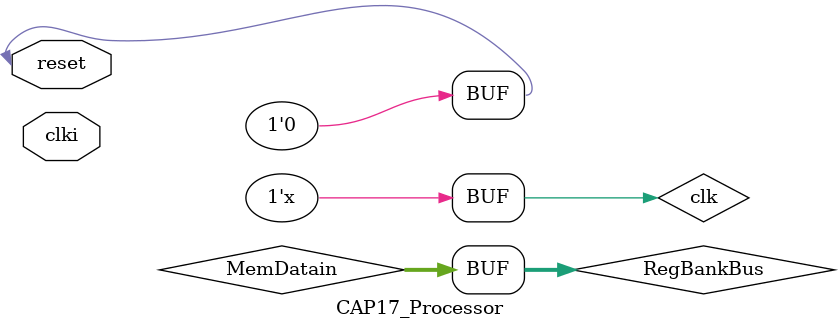
<source format=v>
`timescale 1ns / 1ps
module CAP17_Processor(
	input clki,reset
    );
	 
	 wire [10:0] MemAddress;
	 wire MemWriteEnable,MemTrigger;
	 wire [15:0] MemDatain,MemDataout;
	 
	 wire [15:0] AluDataout_s,AluDataout_hi;
	 wire [2:0] AluUpcode;
	 wire [3:0] AluA,AluB;
	 wire Alu_z,Alu_n,Alu_c,Alu_ov;
	 
	 wire[3:0] RegBankSelect,RegBankLoad;
	 wire RegBankLoadenable,RegBankInc_pc,RegBankEnable,RegBankHi_loadenable,RegBankStatenable,RegBankStatus_z;
	 wire RegBankStatus_n,RegBankStatus_c,RegBankStatus_ov;
	 wire [15:0] RegBankBus , Data0,Data1,Data2,Data3,RegBankPc,RegBankDr,RegBankBa;
	 wire [7:0] RegBankImmediate;
	 wire [11:0] RegBankImmediate12bit;
	 
	 wire [15:0] Instruction;
	 
	 wire [4:0] seq; //test

	 assign MemDatain = RegBankBus;
	 
	 //this part is for activating cpu. can be ignored and commented if force constanting clk for trace and debugging is prefered
	 reg clk;
	 assign reset=0;
	 initial begin 
		clk<=0;
	 end
	 
	 always begin
		#50 clk=~clk;
	 end
	 ////////////////////////////////////////////
	 
	 Mem16 Main_Memory
	 (
	 .clk(clk),
	 .address(MemAddress),
	 .write_enable(MemWriteEnable),
	 .trigger(MemTrigger),
	 //.datain(MemDatain),
	 .datain(RegBankBus),
	 .dataouti(MemDataout)
	 );
	 
	 
	 RegBank Register_Bank
	 (
	 .clk(clk),
	 .mem_data(MemDataout),
	 .alu_data(AluDataout_s),
	 .alu_hi(AluDataout_hi),
	 .select(RegBankSelect),
	 .load(RegBankLoad),
	 .loadenable(RegBankLoadenable),
	 .hi_loadenable(RegBankHi_loadenable),
	 .inc_pc(RegBankInc_pc),
	 .statenable(RegBankStatenable),
	 .enable(RegBankEnable),
	 .bus(RegBankBus),
	 .address_for_mem(MemAddress),
	 .instruction(Instruction),
	 .data0(Data0),
	 .data1(Data1),
	 .data2(Data2),
	 .data3(Data3),
	 .program_counter(RegBankPc),
	 .base_address(RegBankBa),
	 .data_register(RegBankDr),
	 .immediate(RegBankImmediate),
	 .immediate12bit(RegBankImmediate12bit),
	 .z(Alu_z),
	 .n(Alu_n),
	 .c(Alu_c),
	 .ov(Alu_ov),
	 .status_z(RegBankStatus_z),
	 .status_n(RegBankStatus_n),
	 .status_c(RegBankStatus_c),
	 .status_ov(RegBankStatus_ov)	
	 );
	 
	 ControlUnit Control_Unit
	 (
	 .clk(clk),
	 .MemTrigger(MemTrigger),
	 .reset(reset),
	 .instruction(Instruction),
	 .RegBankStatus_z(RegBankStatus_z),
	 .RegBankSelect(RegBankSelect),
	 .RegBankLoad(RegBankLoad),
	 .RegBankLoadenable(RegBankLoadenable),
	 .RegBankHi_loadenable(RegBankHi_loadenable),
	 .RegBankInc_pc(RegBankInc_pc),
	 .RegBankEnable(RegBankEnable),
	 .RegBankStatenable(RegBankStatenable),
	 .MemWrite_enable(MemWriteEnable),
	 .AluUpcode(AluUpcode),
	 .AluA(AluA),
	 .AluB(AluB),
	 .seq(seq) //test
	 );
	 
	 
	 MultiPlexedALU ALU_Unit
	 (
	 .Data0(Data0),
	 .Data1(Data1),
	 .Data2(Data2),
	 .Data3(Data3),
	 .program_counter(RegBankPc),
	 .base_address(RegBankBa),
	 .data_register(RegBankDr),
	 .immediate(RegBankImmediate),
	 .immediate12bit(RegBankImmediate12bit),
	 .AluA(AluA),
	 .AluB(AluB),
	 .AluUpcode(AluUpcode),
	 .s(AluDataout_s),
	 .hi(AluDataout_hi),
	 .z(Alu_z),
	 .n(Alu_n),
	 .c(Alu_c),
	 .ov(Alu_ov)
	 );
	 
	 


endmodule

</source>
